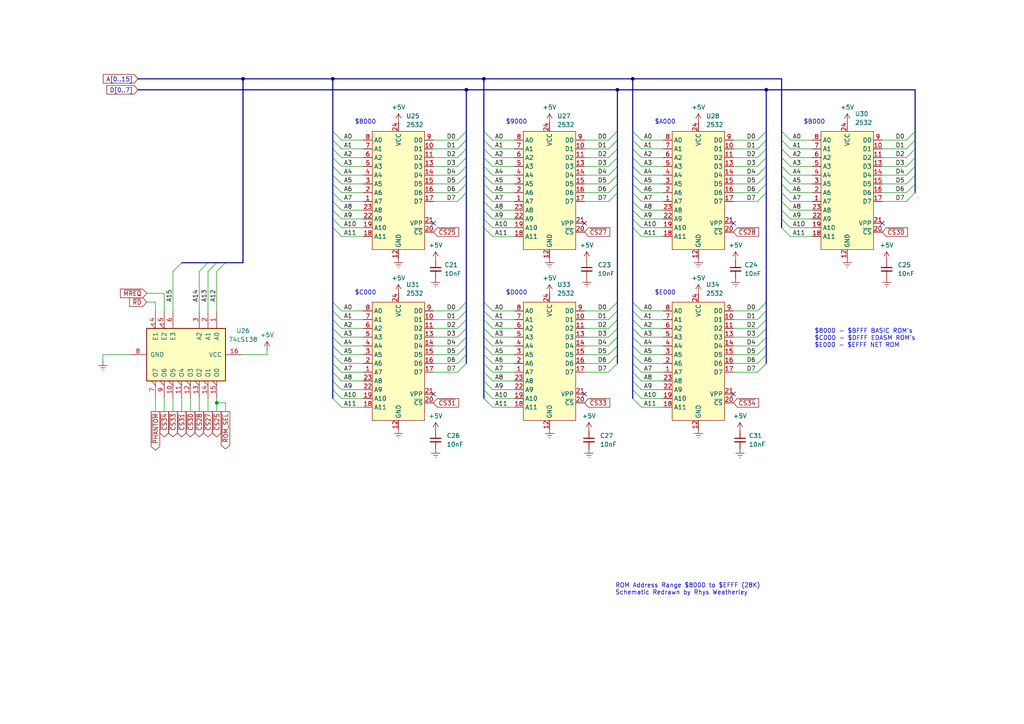
<source format=kicad_sch>
(kicad_sch (version 20230121) (generator eeschema)
  (paper "A4")
  (title_block (title "Microbee Core Board") (date "1982") (rev "1") (comment 1 "(C) 1982 OJH MICROWORLD"))
  (lib_symbols
    (symbol "74xx:74LS138" (pin_names (offset 1.016))
      (property "Reference" "U" (at -7.62 11.43 0))
      (property "Value" "74LS138" (at -7.62 -13.97 0))
      (symbol "74LS138_1_0"
        (pin input line (at -12.7 7.62 0) (length 5.08) (name "A0") (number "1"))
        (pin output output_low (at 12.7 -5.08 180) (length 5.08) (name "O5") (number "10"))
        (pin output output_low (at 12.7 -2.54 180) (length 5.08) (name "O4") (number "11"))
        (pin output output_low (at 12.7 0 180) (length 5.08) (name "O3") (number "12"))
        (pin output output_low (at 12.7 2.54 180) (length 5.08) (name "O2") (number "13"))
        (pin output output_low (at 12.7 5.08 180) (length 5.08) (name "O1") (number "14"))
        (pin output output_low (at 12.7 7.62 180) (length 5.08) (name "O0") (number "15"))
        (pin power_in line (at 0 15.24 270) (length 5.08) (name "VCC") (number "16"))
        (pin input line (at -12.7 5.08 0) (length 5.08) (name "A1") (number "2"))
        (pin input line (at -12.7 2.54 0) (length 5.08) (name "A2") (number "3"))
        (pin input input_low (at -12.7 -10.16 0) (length 5.08) (name "E1") (number "4"))
        (pin input input_low (at -12.7 -7.62 0) (length 5.08) (name "E2") (number "5"))
        (pin input line (at -12.7 -5.08 0) (length 5.08) (name "E3") (number "6"))
        (pin output output_low (at 12.7 -10.16 180) (length 5.08) (name "O7") (number "7"))
        (pin power_in line (at 0 -17.78 90) (length 5.08) (name "GND") (number "8"))
        (pin output output_low (at 12.7 -7.62 180) (length 5.08) (name "O6") (number "9"))
      )
      (symbol "74LS138_1_1"
        (rectangle (start -7.62 10.16) (end 7.62 -12.7) (stroke (width 0.254)) (fill (type background)))
      )
    )
    (symbol "Device:C_Small" (pin_numbers hide) (pin_names (offset 0.254) hide)
      (property "Reference" "C" (at 0.254 1.778 0))
      (property "Value" "C_Small" (at 0.254 -2.032 0))
      (symbol "C_Small_0_1"
        (polyline (pts (xy -1.524 -0.508) (xy 1.524 -0.508)) (stroke (width 0.3302)))
        (polyline (pts (xy -1.524 0.508) (xy 1.524 0.508)) (stroke (width 0.3048)))
      )
      (symbol "C_Small_1_1"
        (pin passive line (at 0 2.54 270) (length 2.032) (name "~") (number "1"))
        (pin passive line (at 0 -2.54 90) (length 2.032) (name "~") (number "2"))
      )
    )
    (symbol "EPROM_2532:2532_4K_x_8_EPROM"
      (property "Reference" "U" (at 3.81 2.54 0))
      (property "Value" "2532" (at 5.08 0 0))
      (symbol "2532_4K_x_8_EPROM_1_1"
        (rectangle (start -7.62 -2.54) (end 7.62 -36.83) (fill (type background)))
        (pin input line (at -10.16 -22.86 0) (length 2.54) (name "A7") (number "1"))
        (pin bidirectional line (at 10.16 -7.62 180) (length 2.54) (name "D1") (number "10"))
        (pin bidirectional line (at 10.16 -10.16 180) (length 2.54) (name "D2") (number "11"))
        (pin power_in line (at 0 -39.37 90) (length 2.54) (name "GND") (number "12"))
        (pin bidirectional line (at 10.16 -12.7 180) (length 2.54) (name "D3") (number "13"))
        (pin bidirectional line (at 10.16 -15.24 180) (length 2.54) (name "D4") (number "14"))
        (pin bidirectional line (at 10.16 -17.78 180) (length 2.54) (name "D5") (number "15"))
        (pin bidirectional line (at 10.16 -20.32 180) (length 2.54) (name "D6") (number "16"))
        (pin bidirectional line (at 10.16 -22.86 180) (length 2.54) (name "D7") (number "17"))
        (pin input line (at -10.16 -33.02 0) (length 2.54) (name "A11") (number "18"))
        (pin input line (at -10.16 -30.48 0) (length 2.54) (name "A10") (number "19"))
        (pin input line (at -10.16 -20.32 0) (length 2.54) (name "A6") (number "2"))
        (pin input line (at 10.16 -31.75 180) (length 2.54) (name "~{CS}") (number "20"))
        (pin input line (at 10.16 -29.21 180) (length 2.54) (name "VPP") (number "21"))
        (pin input line (at -10.16 -27.94 0) (length 2.54) (name "A9") (number "22"))
        (pin input line (at -10.16 -25.4 0) (length 2.54) (name "A8") (number "23"))
        (pin power_in line (at 0 0 270) (length 2.54) (name "VCC") (number "24"))
        (pin input line (at -10.16 -17.78 0) (length 2.54) (name "A5") (number "3"))
        (pin input line (at -10.16 -15.24 0) (length 2.54) (name "A4") (number "4"))
        (pin input line (at -10.16 -12.7 0) (length 2.54) (name "A3") (number "5"))
        (pin input line (at -10.16 -10.16 0) (length 2.54) (name "A2") (number "6"))
        (pin input line (at -10.16 -7.62 0) (length 2.54) (name "A1") (number "7"))
        (pin input line (at -10.16 -5.08 0) (length 2.54) (name "A0") (number "8"))
        (pin bidirectional line (at 10.16 -5.08 180) (length 2.54) (name "D0") (number "9"))
      )
    )
    (symbol "power:+5V" (power) (pin_names (offset 0))
      (property "Value" "+5V" (at 0 3.556 0))
      (symbol "+5V_0_1"
        (polyline (pts (xy -0.762 1.27) (xy 0 2.54)))
        (polyline (pts (xy 0 0) (xy 0 2.54)))
        (polyline (pts (xy 0 2.54) (xy 0.762 1.27)))
      )
      (symbol "+5V_1_1"
        (pin power_in line (at 0 0 90) (length 0) hide (name "+5V") (number "1"))
      )
    )
    (symbol "power:Earth" (power) (pin_names (offset 0))
      (symbol "Earth_0_1"
        (polyline (pts (xy -0.635 -1.905) (xy 0.635 -1.905)))
        (polyline (pts (xy -0.127 -2.54) (xy 0.127 -2.54)))
        (polyline (pts (xy 0 -1.27) (xy 0 0)))
        (polyline (pts (xy 1.27 -1.27) (xy -1.27 -1.27)))
      )
      (symbol "Earth_1_1"
        (pin power_in line (at 0 0 270) (length 0) hide (name "Earth") (number "1"))
      )
    )
  )
  (junction (at 222.25 26.035))
  (junction (at 62.865 116.84))
  (junction (at 140.335 22.86))
  (junction (at 135.255 26.035))
  (junction (at 183.515 22.86))
  (junction (at 179.07 26.035))
  (junction (at 70.485 22.86))
  (junction (at 96.52 22.86))
  (no_connect (at 125.73 64.77))
  (no_connect (at 255.905 64.77))
  (no_connect (at 169.545 64.77))
  (no_connect (at 212.725 114.3))
  (no_connect (at 212.725 64.77))
  (no_connect (at 169.545 114.3))
  (no_connect (at 125.73 114.3))
  (bus_entry (at 176.53 40.64) (size 2.54 -2.54))
  (bus_entry (at 60.325 78.74) (size 2.54 -2.54))
  (bus_entry (at 176.53 55.88) (size 2.54 -2.54))
  (bus_entry (at 262.89 58.42) (size 2.54 -2.54))
  (bus_entry (at 219.71 105.41) (size 2.54 -2.54))
  (bus_entry (at 140.335 53.34) (size 2.54 2.54))
  (bus_entry (at 176.53 43.18) (size 2.54 -2.54))
  (bus_entry (at 132.715 53.34) (size 2.54 -2.54))
  (bus_entry (at 176.53 53.34) (size 2.54 -2.54))
  (bus_entry (at 219.71 95.25) (size 2.54 -2.54))
  (bus_entry (at 183.515 105.41) (size 2.54 2.54))
  (bus_entry (at 132.715 58.42) (size 2.54 -2.54))
  (bus_entry (at 176.53 50.8) (size 2.54 -2.54))
  (bus_entry (at 183.515 38.1) (size 2.54 2.54))
  (bus_entry (at 219.71 53.34) (size 2.54 -2.54))
  (bus_entry (at 183.515 92.71) (size 2.54 2.54))
  (bus_entry (at 176.53 58.42) (size 2.54 -2.54))
  (bus_entry (at 132.715 55.88) (size 2.54 -2.54))
  (bus_entry (at 262.89 53.34) (size 2.54 -2.54))
  (bus_entry (at 183.515 63.5) (size 2.54 2.54))
  (bus_entry (at 262.89 43.18) (size 2.54 -2.54))
  (bus_entry (at 96.52 48.26) (size 2.54 2.54))
  (bus_entry (at 219.71 45.72) (size 2.54 -2.54))
  (bus_entry (at 96.52 45.72) (size 2.54 2.54))
  (bus_entry (at 262.89 40.64) (size 2.54 -2.54))
  (bus_entry (at 176.53 100.33) (size 2.54 -2.54))
  (bus_entry (at 96.52 90.17) (size 2.54 2.54))
  (bus_entry (at 176.53 90.17) (size 2.54 -2.54))
  (bus_entry (at 219.71 97.79) (size 2.54 -2.54))
  (bus_entry (at 132.715 90.17) (size 2.54 -2.54))
  (bus_entry (at 183.515 87.63) (size 2.54 2.54))
  (bus_entry (at 183.515 43.18) (size 2.54 2.54))
  (bus_entry (at 140.335 97.79) (size 2.54 2.54))
  (bus_entry (at 226.695 43.18) (size 2.54 2.54))
  (bus_entry (at 226.695 53.34) (size 2.54 2.54))
  (bus_entry (at 140.335 100.33) (size 2.54 2.54))
  (bus_entry (at 183.515 90.17) (size 2.54 2.54))
  (bus_entry (at 96.52 63.5) (size 2.54 2.54))
  (bus_entry (at 140.335 115.57) (size 2.54 2.54))
  (bus_entry (at 226.695 60.96) (size 2.54 2.54))
  (bus_entry (at 226.695 40.64) (size 2.54 2.54))
  (bus_entry (at 96.52 50.8) (size 2.54 2.54))
  (bus_entry (at 132.715 95.25) (size 2.54 -2.54))
  (bus_entry (at 96.52 55.88) (size 2.54 2.54))
  (bus_entry (at 96.52 105.41) (size 2.54 2.54))
  (bus_entry (at 140.335 90.17) (size 2.54 2.54))
  (bus_entry (at 176.53 97.79) (size 2.54 -2.54))
  (bus_entry (at 176.53 45.72) (size 2.54 -2.54))
  (bus_entry (at 140.335 50.8) (size 2.54 2.54))
  (bus_entry (at 96.52 100.33) (size 2.54 2.54))
  (bus_entry (at 176.53 105.41) (size 2.54 -2.54))
  (bus_entry (at 176.53 107.95) (size 2.54 -2.54))
  (bus_entry (at 262.89 55.88) (size 2.54 -2.54))
  (bus_entry (at 176.53 92.71) (size 2.54 -2.54))
  (bus_entry (at 226.695 50.8) (size 2.54 2.54))
  (bus_entry (at 140.335 43.18) (size 2.54 2.54))
  (bus_entry (at 183.515 48.26) (size 2.54 2.54))
  (bus_entry (at 96.52 95.25) (size 2.54 2.54))
  (bus_entry (at 183.515 110.49) (size 2.54 2.54))
  (bus_entry (at 219.71 48.26) (size 2.54 -2.54))
  (bus_entry (at 176.53 95.25) (size 2.54 -2.54))
  (bus_entry (at 132.715 40.64) (size 2.54 -2.54))
  (bus_entry (at 176.53 48.26) (size 2.54 -2.54))
  (bus_entry (at 219.71 50.8) (size 2.54 -2.54))
  (bus_entry (at 219.71 107.95) (size 2.54 -2.54))
  (bus_entry (at 219.71 92.71) (size 2.54 -2.54))
  (bus_entry (at 262.89 48.26) (size 2.54 -2.54))
  (bus_entry (at 132.715 105.41) (size 2.54 -2.54))
  (bus_entry (at 96.52 115.57) (size 2.54 2.54))
  (bus_entry (at 219.71 100.33) (size 2.54 -2.54))
  (bus_entry (at 96.52 38.1) (size 2.54 2.54))
  (bus_entry (at 183.515 66.04) (size 2.54 2.54))
  (bus_entry (at 50.165 78.74) (size 2.54 -2.54))
  (bus_entry (at 96.52 107.95) (size 2.54 2.54))
  (bus_entry (at 140.335 58.42) (size 2.54 2.54))
  (bus_entry (at 262.89 45.72) (size 2.54 -2.54))
  (bus_entry (at 96.52 58.42) (size 2.54 2.54))
  (bus_entry (at 226.695 63.5) (size 2.54 2.54))
  (bus_entry (at 140.335 110.49) (size 2.54 2.54))
  (bus_entry (at 140.335 102.87) (size 2.54 2.54))
  (bus_entry (at 57.785 78.74) (size 2.54 -2.54))
  (bus_entry (at 140.335 63.5) (size 2.54 2.54))
  (bus_entry (at 132.715 107.95) (size 2.54 -2.54))
  (bus_entry (at 96.52 60.96) (size 2.54 2.54))
  (bus_entry (at 219.71 55.88) (size 2.54 -2.54))
  (bus_entry (at 96.52 53.34) (size 2.54 2.54))
  (bus_entry (at 262.89 50.8) (size 2.54 -2.54))
  (bus_entry (at 96.52 102.87) (size 2.54 2.54))
  (bus_entry (at 183.515 97.79) (size 2.54 2.54))
  (bus_entry (at 183.515 60.96) (size 2.54 2.54))
  (bus_entry (at 183.515 58.42) (size 2.54 2.54))
  (bus_entry (at 183.515 115.57) (size 2.54 2.54))
  (bus_entry (at 226.695 48.26) (size 2.54 2.54))
  (bus_entry (at 140.335 92.71) (size 2.54 2.54))
  (bus_entry (at 219.71 90.17) (size 2.54 -2.54))
  (bus_entry (at 132.715 50.8) (size 2.54 -2.54))
  (bus_entry (at 140.335 38.1) (size 2.54 2.54))
  (bus_entry (at 219.71 58.42) (size 2.54 -2.54))
  (bus_entry (at 140.335 60.96) (size 2.54 2.54))
  (bus_entry (at 132.715 97.79) (size 2.54 -2.54))
  (bus_entry (at 183.515 55.88) (size 2.54 2.54))
  (bus_entry (at 183.515 50.8) (size 2.54 2.54))
  (bus_entry (at 96.52 113.03) (size 2.54 2.54))
  (bus_entry (at 96.52 40.64) (size 2.54 2.54))
  (bus_entry (at 96.52 87.63) (size 2.54 2.54))
  (bus_entry (at 219.71 40.64) (size 2.54 -2.54))
  (bus_entry (at 140.335 87.63) (size 2.54 2.54))
  (bus_entry (at 140.335 105.41) (size 2.54 2.54))
  (bus_entry (at 183.515 45.72) (size 2.54 2.54))
  (bus_entry (at 140.335 66.04) (size 2.54 2.54))
  (bus_entry (at 132.715 102.87) (size 2.54 -2.54))
  (bus_entry (at 132.715 48.26) (size 2.54 -2.54))
  (bus_entry (at 226.695 58.42) (size 2.54 2.54))
  (bus_entry (at 62.865 78.74) (size 2.54 -2.54))
  (bus_entry (at 132.715 100.33) (size 2.54 -2.54))
  (bus_entry (at 226.695 45.72) (size 2.54 2.54))
  (bus_entry (at 183.515 95.25) (size 2.54 2.54))
  (bus_entry (at 183.515 102.87) (size 2.54 2.54))
  (bus_entry (at 183.515 40.64) (size 2.54 2.54))
  (bus_entry (at 219.71 43.18) (size 2.54 -2.54))
  (bus_entry (at 226.695 55.88) (size 2.54 2.54))
  (bus_entry (at 96.52 110.49) (size 2.54 2.54))
  (bus_entry (at 96.52 66.04) (size 2.54 2.54))
  (bus_entry (at 183.515 100.33) (size 2.54 2.54))
  (bus_entry (at 183.515 107.95) (size 2.54 2.54))
  (bus_entry (at 183.515 53.34) (size 2.54 2.54))
  (bus_entry (at 140.335 107.95) (size 2.54 2.54))
  (bus_entry (at 132.715 43.18) (size 2.54 -2.54))
  (bus_entry (at 183.515 113.03) (size 2.54 2.54))
  (bus_entry (at 96.52 92.71) (size 2.54 2.54))
  (bus_entry (at 96.52 43.18) (size 2.54 2.54))
  (bus_entry (at 140.335 45.72) (size 2.54 2.54))
  (bus_entry (at 219.71 102.87) (size 2.54 -2.54))
  (bus_entry (at 140.335 113.03) (size 2.54 2.54))
  (bus_entry (at 132.715 92.71) (size 2.54 -2.54))
  (bus_entry (at 140.335 48.26) (size 2.54 2.54))
  (bus_entry (at 132.715 45.72) (size 2.54 -2.54))
  (bus_entry (at 96.52 97.79) (size 2.54 2.54))
  (bus_entry (at 176.53 102.87) (size 2.54 -2.54))
  (bus_entry (at 140.335 95.25) (size 2.54 2.54))
  (bus_entry (at 140.335 55.88) (size 2.54 2.54))
  (bus_entry (at 226.695 38.1) (size 2.54 2.54))
  (bus_entry (at 226.695 66.04) (size 2.54 2.54))
  (bus_entry (at 140.335 40.64) (size 2.54 2.54))
  (wire (pts (xy 169.545 102.87) (xy 176.53 102.87)))
  (bus (pts (xy 140.335 58.42) (xy 140.335 60.96)))
  (bus (pts (xy 135.255 90.17) (xy 135.255 92.71)))
  (bus (pts (xy 183.515 87.63) (xy 183.515 90.17)))
  (bus (pts (xy 183.515 22.86) (xy 226.695 22.86)))
  (bus (pts (xy 183.515 110.49) (xy 183.515 113.03)))
  (bus (pts (xy 96.52 50.8) (xy 96.52 53.34)))
  (bus (pts (xy 96.52 107.95) (xy 96.52 110.49)))
  (wire (pts (xy 212.725 97.79) (xy 219.71 97.79)))
  (wire (pts (xy 186.055 107.95) (xy 192.405 107.95)))
  (bus (pts (xy 183.515 43.18) (xy 183.515 45.72)))
  (wire (pts (xy 125.73 58.42) (xy 132.715 58.42)))
  (wire (pts (xy 70.485 102.87) (xy 77.47 102.87)))
  (wire (pts (xy 169.545 45.72) (xy 176.53 45.72)))
  (wire (pts (xy 169.545 53.34) (xy 176.53 53.34)))
  (bus (pts (xy 140.335 66.04) (xy 140.335 87.63)))
  (wire (pts (xy 255.905 55.88) (xy 262.89 55.88)))
  (bus (pts (xy 96.52 45.72) (xy 96.52 48.26)))
  (bus (pts (xy 135.255 95.25) (xy 135.255 97.79)))
  (bus (pts (xy 265.43 26.035) (xy 265.43 38.1)))
  (wire (pts (xy 65.405 119.38) (xy 65.405 116.84)))
  (wire (pts (xy 125.73 95.25) (xy 132.715 95.25)))
  (wire (pts (xy 212.725 100.33) (xy 219.71 100.33)))
  (wire (pts (xy 212.725 90.17) (xy 219.71 90.17)))
  (bus (pts (xy 96.52 58.42) (xy 96.52 60.96)))
  (bus (pts (xy 96.52 63.5) (xy 96.52 66.04)))
  (wire (pts (xy 212.725 55.88) (xy 219.71 55.88)))
  (wire (pts (xy 229.235 55.88) (xy 235.585 55.88)))
  (bus (pts (xy 140.335 38.1) (xy 140.335 40.64)))
  (bus (pts (xy 179.07 55.88) (xy 179.07 87.63)))
  (bus (pts (xy 183.515 97.79) (xy 183.515 100.33)))
  (bus (pts (xy 179.07 40.64) (xy 179.07 43.18)))
  (wire (pts (xy 99.06 48.26) (xy 105.41 48.26)))
  (wire (pts (xy 45.085 87.63) (xy 42.545 87.63)))
  (wire (pts (xy 169.545 48.26) (xy 176.53 48.26)))
  (wire (pts (xy 255.905 58.42) (xy 262.89 58.42)))
  (wire (pts (xy 212.725 53.34) (xy 219.71 53.34)))
  (wire (pts (xy 212.725 102.87) (xy 219.71 102.87)))
  (bus (pts (xy 179.07 95.25) (xy 179.07 97.79)))
  (wire (pts (xy 186.055 50.8) (xy 192.405 50.8)))
  (bus (pts (xy 140.335 110.49) (xy 140.335 113.03)))
  (wire (pts (xy 37.465 102.87) (xy 29.845 102.87)))
  (wire (pts (xy 142.875 58.42) (xy 149.225 58.42)))
  (wire (pts (xy 142.875 105.41) (xy 149.225 105.41)))
  (wire (pts (xy 186.055 45.72) (xy 192.405 45.72)))
  (bus (pts (xy 183.515 45.72) (xy 183.515 48.26)))
  (bus (pts (xy 226.695 53.34) (xy 226.695 55.88)))
  (wire (pts (xy 125.73 43.18) (xy 132.715 43.18)))
  (wire (pts (xy 169.545 92.71) (xy 176.53 92.71)))
  (bus (pts (xy 222.25 102.87) (xy 222.25 105.41)))
  (bus (pts (xy 179.07 26.035) (xy 179.07 38.1)))
  (bus (pts (xy 40.005 26.035) (xy 135.255 26.035)))
  (bus (pts (xy 140.335 50.8) (xy 140.335 53.34)))
  (wire (pts (xy 55.245 115.57) (xy 55.245 119.38)))
  (bus (pts (xy 222.25 87.63) (xy 222.25 90.17)))
  (wire (pts (xy 229.235 43.18) (xy 235.585 43.18)))
  (wire (pts (xy 212.725 95.25) (xy 219.71 95.25)))
  (bus (pts (xy 140.335 113.03) (xy 140.335 115.57)))
  (bus (pts (xy 140.335 102.87) (xy 140.335 105.41)))
  (wire (pts (xy 99.06 95.25) (xy 105.41 95.25)))
  (wire (pts (xy 29.845 102.87) (xy 29.845 104.775)))
  (bus (pts (xy 96.52 38.1) (xy 96.52 40.64)))
  (bus (pts (xy 140.335 55.88) (xy 140.335 58.42)))
  (bus (pts (xy 140.335 90.17) (xy 140.335 92.71)))
  (wire (pts (xy 186.055 43.18) (xy 192.405 43.18)))
  (bus (pts (xy 65.405 76.2) (xy 62.865 76.2)))
  (wire (pts (xy 186.055 53.34) (xy 192.405 53.34)))
  (wire (pts (xy 186.055 92.71) (xy 192.405 92.71)))
  (wire (pts (xy 142.875 97.79) (xy 149.225 97.79)))
  (wire (pts (xy 142.875 66.04) (xy 149.225 66.04)))
  (bus (pts (xy 222.25 55.88) (xy 222.25 87.63)))
  (bus (pts (xy 179.07 26.035) (xy 222.25 26.035)))
  (bus (pts (xy 179.07 53.34) (xy 179.07 55.88)))
  (bus (pts (xy 135.255 38.1) (xy 135.255 40.64)))
  (wire (pts (xy 186.055 95.25) (xy 192.405 95.25)))
  (wire (pts (xy 229.235 63.5) (xy 235.585 63.5)))
  (wire (pts (xy 142.875 40.64) (xy 149.225 40.64)))
  (bus (pts (xy 179.07 38.1) (xy 179.07 40.64)))
  (wire (pts (xy 212.725 50.8) (xy 219.71 50.8)))
  (wire (pts (xy 62.865 78.74) (xy 62.865 90.17)))
  (wire (pts (xy 212.725 105.41) (xy 219.71 105.41)))
  (wire (pts (xy 99.06 113.03) (xy 105.41 113.03)))
  (bus (pts (xy 222.25 38.1) (xy 222.25 40.64)))
  (wire (pts (xy 125.73 97.79) (xy 132.715 97.79)))
  (wire (pts (xy 169.545 95.25) (xy 176.53 95.25)))
  (bus (pts (xy 183.515 58.42) (xy 183.515 60.96)))
  (bus (pts (xy 265.43 45.72) (xy 265.43 48.26)))
  (bus (pts (xy 96.52 53.34) (xy 96.52 55.88)))
  (bus (pts (xy 183.515 53.34) (xy 183.515 55.88)))
  (bus (pts (xy 140.335 45.72) (xy 140.335 48.26)))
  (wire (pts (xy 186.055 48.26) (xy 192.405 48.26)))
  (wire (pts (xy 169.545 43.18) (xy 176.53 43.18)))
  (wire (pts (xy 99.06 53.34) (xy 105.41 53.34)))
  (bus (pts (xy 183.515 113.03) (xy 183.515 115.57)))
  (bus (pts (xy 183.515 102.87) (xy 183.515 105.41)))
  (wire (pts (xy 255.905 43.18) (xy 262.89 43.18)))
  (wire (pts (xy 45.085 115.57) (xy 45.085 119.38)))
  (bus (pts (xy 222.25 50.8) (xy 222.25 53.34)))
  (bus (pts (xy 135.255 50.8) (xy 135.255 53.34)))
  (bus (pts (xy 140.335 107.95) (xy 140.335 110.49)))
  (wire (pts (xy 186.055 63.5) (xy 192.405 63.5)))
  (bus (pts (xy 96.52 113.03) (xy 96.52 115.57)))
  (wire (pts (xy 186.055 66.04) (xy 192.405 66.04)))
  (wire (pts (xy 60.325 115.57) (xy 60.325 119.38)))
  (bus (pts (xy 179.07 87.63) (xy 179.07 90.17)))
  (bus (pts (xy 96.52 22.86) (xy 140.335 22.86)))
  (bus (pts (xy 135.255 40.64) (xy 135.255 43.18)))
  (wire (pts (xy 229.235 40.64) (xy 235.585 40.64)))
  (wire (pts (xy 57.785 78.74) (xy 57.785 90.17)))
  (bus (pts (xy 140.335 95.25) (xy 140.335 97.79)))
  (wire (pts (xy 50.165 115.57) (xy 50.165 119.38)))
  (wire (pts (xy 142.875 55.88) (xy 149.225 55.88)))
  (bus (pts (xy 179.07 102.87) (xy 179.07 105.41)))
  (wire (pts (xy 47.625 90.17) (xy 47.625 85.09)))
  (bus (pts (xy 179.07 100.33) (xy 179.07 102.87)))
  (bus (pts (xy 183.515 90.17) (xy 183.515 92.71)))
  (wire (pts (xy 169.545 107.95) (xy 176.53 107.95)))
  (wire (pts (xy 99.06 40.64) (xy 105.41 40.64)))
  (wire (pts (xy 62.865 115.57) (xy 62.865 116.84)))
  (bus (pts (xy 265.43 38.1) (xy 265.43 40.64)))
  (wire (pts (xy 212.725 40.64) (xy 219.71 40.64)))
  (wire (pts (xy 125.73 40.64) (xy 132.715 40.64)))
  (wire (pts (xy 186.055 113.03) (xy 192.405 113.03)))
  (bus (pts (xy 135.255 97.79) (xy 135.255 100.33)))
  (bus (pts (xy 265.43 43.18) (xy 265.43 45.72)))
  (bus (pts (xy 179.07 50.8) (xy 179.07 53.34)))
  (bus (pts (xy 96.52 40.64) (xy 96.52 43.18)))
  (bus (pts (xy 70.485 22.86) (xy 70.485 76.2)))
  (wire (pts (xy 125.73 90.17) (xy 132.715 90.17)))
  (bus (pts (xy 222.25 97.79) (xy 222.25 100.33)))
  (wire (pts (xy 60.325 78.74) (xy 60.325 90.17)))
  (wire (pts (xy 99.06 68.58) (xy 105.41 68.58)))
  (bus (pts (xy 183.515 50.8) (xy 183.515 53.34)))
  (bus (pts (xy 183.515 38.1) (xy 183.515 40.64)))
  (bus (pts (xy 226.695 60.96) (xy 226.695 63.5)))
  (bus (pts (xy 226.695 45.72) (xy 226.695 48.26)))
  (wire (pts (xy 99.06 55.88) (xy 105.41 55.88)))
  (wire (pts (xy 142.875 45.72) (xy 149.225 45.72)))
  (bus (pts (xy 96.52 95.25) (xy 96.52 97.79)))
  (wire (pts (xy 99.06 118.11) (xy 105.41 118.11)))
  (bus (pts (xy 179.07 45.72) (xy 179.07 48.26)))
  (bus (pts (xy 60.325 76.2) (xy 52.705 76.2)))
  (wire (pts (xy 169.545 40.64) (xy 176.53 40.64)))
  (wire (pts (xy 142.875 100.33) (xy 149.225 100.33)))
  (wire (pts (xy 125.73 92.71) (xy 132.715 92.71)))
  (bus (pts (xy 226.695 55.88) (xy 226.695 58.42)))
  (bus (pts (xy 183.515 63.5) (xy 183.515 66.04)))
  (bus (pts (xy 183.515 66.04) (xy 183.515 87.63)))
  (wire (pts (xy 142.875 48.26) (xy 149.225 48.26)))
  (wire (pts (xy 142.875 115.57) (xy 149.225 115.57)))
  (bus (pts (xy 96.52 97.79) (xy 96.52 100.33)))
  (bus (pts (xy 140.335 22.86) (xy 183.515 22.86)))
  (wire (pts (xy 186.055 90.17) (xy 192.405 90.17)))
  (bus (pts (xy 96.52 110.49) (xy 96.52 113.03)))
  (bus (pts (xy 140.335 53.34) (xy 140.335 55.88)))
  (wire (pts (xy 99.06 107.95) (xy 105.41 107.95)))
  (bus (pts (xy 179.07 48.26) (xy 179.07 50.8)))
  (wire (pts (xy 142.875 43.18) (xy 149.225 43.18)))
  (bus (pts (xy 140.335 22.86) (xy 140.335 38.1)))
  (wire (pts (xy 142.875 50.8) (xy 149.225 50.8)))
  (wire (pts (xy 229.235 60.96) (xy 235.585 60.96)))
  (wire (pts (xy 255.905 53.34) (xy 262.89 53.34)))
  (wire (pts (xy 169.545 50.8) (xy 176.53 50.8)))
  (wire (pts (xy 255.905 48.26) (xy 262.89 48.26)))
  (bus (pts (xy 135.255 102.87) (xy 135.255 105.41)))
  (bus (pts (xy 226.695 22.86) (xy 226.695 38.1)))
  (wire (pts (xy 57.785 115.57) (xy 57.785 119.38)))
  (wire (pts (xy 169.545 90.17) (xy 176.53 90.17)))
  (wire (pts (xy 142.875 53.34) (xy 149.225 53.34)))
  (wire (pts (xy 229.235 68.58) (xy 235.585 68.58)))
  (wire (pts (xy 212.725 48.26) (xy 219.71 48.26)))
  (wire (pts (xy 125.73 105.41) (xy 132.715 105.41)))
  (wire (pts (xy 255.905 50.8) (xy 262.89 50.8)))
  (bus (pts (xy 96.52 87.63) (xy 96.52 90.17)))
  (bus (pts (xy 140.335 63.5) (xy 140.335 66.04)))
  (wire (pts (xy 42.545 85.09) (xy 47.625 85.09)))
  (wire (pts (xy 125.73 102.87) (xy 132.715 102.87)))
  (wire (pts (xy 142.875 90.17) (xy 149.225 90.17)))
  (wire (pts (xy 186.055 97.79) (xy 192.405 97.79)))
  (wire (pts (xy 229.235 53.34) (xy 235.585 53.34)))
  (wire (pts (xy 142.875 102.87) (xy 149.225 102.87)))
  (wire (pts (xy 99.06 92.71) (xy 105.41 92.71)))
  (wire (pts (xy 99.06 90.17) (xy 105.41 90.17)))
  (wire (pts (xy 186.055 55.88) (xy 192.405 55.88)))
  (wire (pts (xy 229.235 45.72) (xy 235.585 45.72)))
  (bus (pts (xy 222.25 26.035) (xy 265.43 26.035)))
  (wire (pts (xy 186.055 58.42) (xy 192.405 58.42)))
  (bus (pts (xy 179.07 92.71) (xy 179.07 95.25)))
  (wire (pts (xy 169.545 55.88) (xy 176.53 55.88)))
  (bus (pts (xy 140.335 40.64) (xy 140.335 43.18)))
  (wire (pts (xy 229.235 58.42) (xy 235.585 58.42)))
  (wire (pts (xy 142.875 110.49) (xy 149.225 110.49)))
  (wire (pts (xy 186.055 118.11) (xy 192.405 118.11)))
  (bus (pts (xy 222.25 95.25) (xy 222.25 97.79)))
  (bus (pts (xy 96.52 92.71) (xy 96.52 95.25)))
  (bus (pts (xy 135.255 48.26) (xy 135.255 50.8)))
  (wire (pts (xy 229.235 50.8) (xy 235.585 50.8)))
  (bus (pts (xy 96.52 102.87) (xy 96.52 105.41)))
  (bus (pts (xy 183.515 105.41) (xy 183.515 107.95)))
  (wire (pts (xy 186.055 100.33) (xy 192.405 100.33)))
  (wire (pts (xy 62.865 116.84) (xy 62.865 119.38)))
  (bus (pts (xy 265.43 50.8) (xy 265.43 53.34)))
  (wire (pts (xy 212.725 107.95) (xy 219.71 107.95)))
  (bus (pts (xy 222.25 45.72) (xy 222.25 48.26)))
  (wire (pts (xy 99.06 63.5) (xy 105.41 63.5)))
  (bus (pts (xy 222.25 43.18) (xy 222.25 45.72)))
  (bus (pts (xy 40.005 22.86) (xy 70.485 22.86)))
  (bus (pts (xy 179.07 97.79) (xy 179.07 100.33)))
  (bus (pts (xy 183.515 107.95) (xy 183.515 110.49)))
  (bus (pts (xy 96.52 105.41) (xy 96.52 107.95)))
  (wire (pts (xy 186.055 40.64) (xy 192.405 40.64)))
  (bus (pts (xy 135.255 92.71) (xy 135.255 95.25)))
  (wire (pts (xy 229.235 48.26) (xy 235.585 48.26)))
  (bus (pts (xy 140.335 92.71) (xy 140.335 95.25)))
  (bus (pts (xy 183.515 22.86) (xy 183.515 38.1)))
  (wire (pts (xy 186.055 102.87) (xy 192.405 102.87)))
  (bus (pts (xy 265.43 48.26) (xy 265.43 50.8)))
  (bus (pts (xy 226.695 48.26) (xy 226.695 50.8)))
  (wire (pts (xy 125.73 50.8) (xy 132.715 50.8)))
  (wire (pts (xy 169.545 97.79) (xy 176.53 97.79)))
  (wire (pts (xy 142.875 60.96) (xy 149.225 60.96)))
  (bus (pts (xy 222.25 53.34) (xy 222.25 55.88)))
  (bus (pts (xy 265.43 53.34) (xy 265.43 55.88)))
  (bus (pts (xy 135.255 53.34) (xy 135.255 55.88)))
  (wire (pts (xy 212.725 92.71) (xy 219.71 92.71)))
  (wire (pts (xy 169.545 100.33) (xy 176.53 100.33)))
  (wire (pts (xy 169.545 105.41) (xy 176.53 105.41)))
  (wire (pts (xy 169.545 58.42) (xy 176.53 58.42)))
  (wire (pts (xy 229.235 66.04) (xy 235.585 66.04)))
  (wire (pts (xy 125.73 53.34) (xy 132.715 53.34)))
  (wire (pts (xy 212.725 58.42) (xy 219.71 58.42)))
  (wire (pts (xy 142.875 63.5) (xy 149.225 63.5)))
  (bus (pts (xy 96.52 90.17) (xy 96.52 92.71)))
  (bus (pts (xy 70.485 22.86) (xy 96.52 22.86)))
  (bus (pts (xy 96.52 66.04) (xy 96.52 87.63)))
  (wire (pts (xy 125.73 107.95) (xy 132.715 107.95)))
  (bus (pts (xy 226.695 63.5) (xy 226.695 66.04)))
  (bus (pts (xy 96.52 60.96) (xy 96.52 63.5)))
  (bus (pts (xy 222.25 100.33) (xy 222.25 102.87)))
  (bus (pts (xy 226.695 58.42) (xy 226.695 60.96)))
  (bus (pts (xy 183.515 40.64) (xy 183.515 43.18)))
  (wire (pts (xy 99.06 110.49) (xy 105.41 110.49)))
  (wire (pts (xy 142.875 107.95) (xy 149.225 107.95)))
  (bus (pts (xy 140.335 100.33) (xy 140.335 102.87)))
  (wire (pts (xy 212.725 43.18) (xy 219.71 43.18)))
  (bus (pts (xy 183.515 48.26) (xy 183.515 50.8)))
  (bus (pts (xy 70.485 76.2) (xy 65.405 76.2)))
  (bus (pts (xy 135.255 26.035) (xy 179.07 26.035)))
  (bus (pts (xy 183.515 55.88) (xy 183.515 58.42)))
  (bus (pts (xy 140.335 97.79) (xy 140.335 100.33)))
  (bus (pts (xy 140.335 48.26) (xy 140.335 50.8)))
  (wire (pts (xy 99.06 66.04) (xy 105.41 66.04)))
  (wire (pts (xy 52.705 115.57) (xy 52.705 119.38)))
  (bus (pts (xy 96.52 55.88) (xy 96.52 58.42)))
  (bus (pts (xy 226.695 38.1) (xy 226.695 40.64)))
  (wire (pts (xy 186.055 110.49) (xy 192.405 110.49)))
  (bus (pts (xy 226.695 40.64) (xy 226.695 43.18)))
  (bus (pts (xy 140.335 87.63) (xy 140.335 90.17)))
  (bus (pts (xy 226.695 50.8) (xy 226.695 53.34)))
  (wire (pts (xy 125.73 100.33) (xy 132.715 100.33)))
  (wire (pts (xy 142.875 118.11) (xy 149.225 118.11)))
  (wire (pts (xy 99.06 58.42) (xy 105.41 58.42)))
  (wire (pts (xy 125.73 55.88) (xy 132.715 55.88)))
  (wire (pts (xy 99.06 43.18) (xy 105.41 43.18)))
  (wire (pts (xy 186.055 60.96) (xy 192.405 60.96)))
  (wire (pts (xy 99.06 115.57) (xy 105.41 115.57)))
  (bus (pts (xy 140.335 60.96) (xy 140.335 63.5)))
  (wire (pts (xy 186.055 115.57) (xy 192.405 115.57)))
  (bus (pts (xy 140.335 105.41) (xy 140.335 107.95)))
  (wire (pts (xy 99.06 102.87) (xy 105.41 102.87)))
  (bus (pts (xy 222.25 40.64) (xy 222.25 43.18)))
  (bus (pts (xy 226.695 43.18) (xy 226.695 45.72)))
  (wire (pts (xy 99.06 50.8) (xy 105.41 50.8)))
  (wire (pts (xy 125.73 45.72) (xy 132.715 45.72)))
  (bus (pts (xy 265.43 40.64) (xy 265.43 43.18)))
  (bus (pts (xy 62.865 76.2) (xy 60.325 76.2)))
  (wire (pts (xy 99.06 45.72) (xy 105.41 45.72)))
  (bus (pts (xy 222.25 26.035) (xy 222.25 38.1)))
  (wire (pts (xy 142.875 95.25) (xy 149.225 95.25)))
  (bus (pts (xy 183.515 100.33) (xy 183.515 102.87)))
  (bus (pts (xy 179.07 90.17) (xy 179.07 92.71)))
  (bus (pts (xy 222.25 48.26) (xy 222.25 50.8)))
  (bus (pts (xy 140.335 43.18) (xy 140.335 45.72)))
  (wire (pts (xy 186.055 68.58) (xy 192.405 68.58)))
  (bus (pts (xy 179.07 43.18) (xy 179.07 45.72)))
  (bus (pts (xy 96.52 100.33) (xy 96.52 102.87)))
  (wire (pts (xy 186.055 105.41) (xy 192.405 105.41)))
  (wire (pts (xy 50.165 78.74) (xy 50.165 90.17)))
  (wire (pts (xy 65.405 116.84) (xy 62.865 116.84)))
  (bus (pts (xy 96.52 22.86) (xy 96.52 38.1)))
  (wire (pts (xy 255.905 40.64) (xy 262.89 40.64)))
  (wire (pts (xy 77.47 102.87) (xy 77.47 101.6)))
  (wire (pts (xy 99.06 100.33) (xy 105.41 100.33)))
  (wire (pts (xy 99.06 60.96) (xy 105.41 60.96)))
  (bus (pts (xy 96.52 43.18) (xy 96.52 45.72)))
  (wire (pts (xy 142.875 113.03) (xy 149.225 113.03)))
  (wire (pts (xy 125.73 48.26) (xy 132.715 48.26)))
  (bus (pts (xy 222.25 90.17) (xy 222.25 92.71)))
  (bus (pts (xy 183.515 92.71) (xy 183.515 95.25)))
  (bus (pts (xy 222.25 92.71) (xy 222.25 95.25)))
  (bus (pts (xy 135.255 55.88) (xy 135.255 87.63)))
  (wire (pts (xy 99.06 97.79) (xy 105.41 97.79)))
  (wire (pts (xy 45.085 90.17) (xy 45.085 87.63)))
  (wire (pts (xy 142.875 92.71) (xy 149.225 92.71)))
  (wire (pts (xy 47.625 115.57) (xy 47.625 119.38)))
  (bus (pts (xy 135.255 43.18) (xy 135.255 45.72)))
  (bus (pts (xy 183.515 60.96) (xy 183.515 63.5)))
  (wire (pts (xy 142.875 68.58) (xy 149.225 68.58)))
  (wire (pts (xy 255.905 45.72) (xy 262.89 45.72)))
  (wire (pts (xy 212.725 45.72) (xy 219.71 45.72)))
  (bus (pts (xy 96.52 48.26) (xy 96.52 50.8)))
  (bus (pts (xy 135.255 87.63) (xy 135.255 90.17)))
  (bus (pts (xy 135.255 26.035) (xy 135.255 38.1)))
  (bus (pts (xy 135.255 100.33) (xy 135.255 102.87)))
  (bus (pts (xy 183.515 95.25) (xy 183.515 97.79)))
  (bus (pts (xy 135.255 45.72) (xy 135.255 48.26)))
  (wire (pts (xy 99.06 105.41) (xy 105.41 105.41)))
  (text "$B000" (at 233.045 36.195 0) (effects (font (size 1.27 1.27)) (justify left bottom)))
  (text "$8000 - $BFFF BASIC ROM's\n$C000 - $DFFF EDASM ROM's\n$E000 - $EFFF NET ROM" (at 236.22 100.965 0) (effects (font (size 1.27 1.27)) (justify left bottom)))
  (text "$8000" (at 102.87 36.195 0) (effects (font (size 1.27 1.27)) (justify left bottom)))
  (text "$E000" (at 189.865 85.725 0) (effects (font (size 1.27 1.27)) (justify left bottom)))
  (text "$9000" (at 146.685 36.195 0) (effects (font (size 1.27 1.27)) (justify left bottom)))
  (text "ROM Address Range $8000 to $EFFF (28K)\nSchematic Redrawn by Rhys Weatherley" (at 178.435 172.72 0) (effects (font (size 1.27 1.27)) (justify left bottom)))
  (text "$D000" (at 146.685 85.725 0) (effects (font (size 1.27 1.27)) (justify left bottom)))
  (text "$A000" (at 189.865 36.195 0) (effects (font (size 1.27 1.27)) (justify left bottom)))
  (text "$C000" (at 102.87 85.725 0) (effects (font (size 1.27 1.27)) (justify left bottom)))
  (label "D3" (at 216.535 48.26 0))
  (label "A5" (at 143.51 102.87 0))
  (label "A10" (at 186.69 115.57 0))
  (label "D3" (at 173.355 48.26 0))
  (label "D7" (at 216.535 58.42 0))
  (label "A6" (at 143.51 55.88 0))
  (label "A4" (at 143.51 50.8 0))
  (label "A0" (at 99.695 40.64 0))
  (label "A9" (at 99.695 113.03 0))
  (label "D5" (at 129.54 102.87 0))
  (label "D2" (at 173.355 95.25 0))
  (label "D5" (at 173.355 102.87 0))
  (label "D1" (at 173.355 43.18 0))
  (label "D5" (at 173.355 53.34 0))
  (label "A8" (at 229.87 60.96 0))
  (label "A3" (at 186.69 48.26 0))
  (label "D2" (at 129.54 45.72 0))
  (label "A1" (at 143.51 43.18 0))
  (label "A8" (at 186.69 60.96 0))
  (label "D5" (at 216.535 102.87 0))
  (label "D7" (at 259.715 58.42 0))
  (label "A11" (at 229.87 68.58 0))
  (label "A9" (at 229.87 63.5 0))
  (label "D0" (at 259.715 40.64 0))
  (label "A3" (at 229.87 48.26 0))
  (label "A6" (at 186.69 105.41 0))
  (label "A11" (at 99.695 68.58 0))
  (label "D7" (at 173.355 58.42 0))
  (label "A8" (at 99.695 110.49 0))
  (label "D0" (at 129.54 40.64 0))
  (label "A6" (at 186.69 55.88 0))
  (label "D1" (at 129.54 92.71 0))
  (label "D0" (at 216.535 40.64 0))
  (label "A5" (at 99.695 102.87 0))
  (label "D1" (at 216.535 92.71 0))
  (label "A7" (at 186.69 58.42 0))
  (label "A2" (at 143.51 95.25 0))
  (label "A7" (at 186.69 107.95 0))
  (label "A3" (at 143.51 48.26 0))
  (label "A2" (at 229.87 45.72 0))
  (label "D3" (at 216.535 97.79 0))
  (label "A6" (at 99.695 105.41 0))
  (label "D4" (at 216.535 100.33 0))
  (label "A6" (at 99.695 55.88 0))
  (label "A1" (at 143.51 92.71 0))
  (label "A10" (at 99.695 115.57 0))
  (label "D0" (at 173.355 90.17 0))
  (label "D7" (at 173.355 107.95 0))
  (label "A7" (at 143.51 107.95 0))
  (label "D4" (at 173.355 100.33 0))
  (label "A14" (at 57.785 87.63 90))
  (label "D1" (at 216.535 43.18 0))
  (label "D2" (at 173.355 45.72 0))
  (label "A4" (at 99.695 50.8 0))
  (label "A9" (at 186.69 113.03 0))
  (label "D1" (at 129.54 43.18 0))
  (label "A0" (at 186.69 40.64 0))
  (label "A5" (at 186.69 53.34 0))
  (label "A0" (at 229.87 40.64 0))
  (label "A9" (at 143.51 113.03 0))
  (label "A0" (at 99.695 90.17 0))
  (label "A13" (at 60.325 87.63 90))
  (label "A1" (at 186.69 43.18 0))
  (label "A11" (at 186.69 68.58 0))
  (label "A0" (at 143.51 90.17 0))
  (label "D0" (at 173.355 40.64 0))
  (label "A4" (at 186.69 100.33 0))
  (label "A7" (at 229.87 58.42 0))
  (label "A10" (at 143.51 66.04 0))
  (label "D2" (at 259.715 45.72 0))
  (label "D7" (at 129.54 58.42 0))
  (label "A10" (at 186.69 66.04 0))
  (label "A6" (at 229.87 55.88 0))
  (label "D7" (at 216.535 107.95 0))
  (label "A12" (at 62.865 87.63 90))
  (label "D2" (at 129.54 95.25 0))
  (label "D6" (at 259.715 55.88 0))
  (label "A10" (at 143.51 115.57 0))
  (label "D5" (at 216.535 53.34 0))
  (label "A5" (at 229.87 53.34 0))
  (label "A5" (at 143.51 53.34 0))
  (label "A9" (at 186.69 63.5 0))
  (label "A2" (at 99.695 95.25 0))
  (label "A7" (at 143.51 58.42 0))
  (label "A2" (at 99.695 45.72 0))
  (label "A0" (at 143.51 40.64 0))
  (label "A7" (at 99.695 58.42 0))
  (label "A8" (at 99.695 60.96 0))
  (label "A1" (at 186.69 92.71 0))
  (label "A4" (at 143.51 100.33 0))
  (label "D4" (at 216.535 50.8 0))
  (label "A3" (at 143.51 97.79 0))
  (label "D4" (at 129.54 100.33 0))
  (label "A6" (at 143.51 105.41 0))
  (label "A1" (at 229.87 43.18 0))
  (label "A15" (at 50.165 87.63 90))
  (label "A4" (at 186.69 50.8 0))
  (label "A2" (at 143.51 45.72 0))
  (label "A4" (at 99.695 100.33 0))
  (label "D6" (at 216.535 105.41 0))
  (label "A3" (at 186.69 97.79 0))
  (label "A11" (at 186.69 118.11 0))
  (label "D0" (at 129.54 90.17 0))
  (label "A9" (at 99.695 63.5 0))
  (label "D3" (at 173.355 97.79 0))
  (label "A8" (at 143.51 60.96 0))
  (label "D0" (at 216.535 90.17 0))
  (label "A11" (at 143.51 118.11 0))
  (label "A9" (at 143.51 63.5 0))
  (label "D3" (at 259.715 48.26 0))
  (label "A10" (at 99.695 66.04 0))
  (label "A8" (at 143.51 110.49 0))
  (label "D6" (at 173.355 55.88 0))
  (label "D5" (at 129.54 53.34 0))
  (label "A1" (at 99.695 43.18 0))
  (label "D6" (at 173.355 105.41 0))
  (label "A3" (at 99.695 97.79 0))
  (label "A8" (at 186.69 110.49 0))
  (label "A2" (at 186.69 95.25 0))
  (label "A7" (at 99.695 107.95 0))
  (label "D2" (at 216.535 45.72 0))
  (label "D6" (at 129.54 105.41 0))
  (label "D7" (at 129.54 107.95 0))
  (label "A11" (at 99.695 118.11 0))
  (label "A3" (at 99.695 48.26 0))
  (label "D5" (at 259.715 53.34 0))
  (label "D6" (at 216.535 55.88 0))
  (label "A5" (at 99.695 53.34 0))
  (label "D4" (at 173.355 50.8 0))
  (label "A1" (at 99.695 92.71 0))
  (label "A4" (at 229.87 50.8 0))
  (label "D4" (at 259.715 50.8 0))
  (label "D4" (at 129.54 50.8 0))
  (label "D3" (at 129.54 97.79 0))
  (label "A0" (at 186.69 90.17 0))
  (label "D6" (at 129.54 55.88 0))
  (label "A5" (at 186.69 102.87 0))
  (label "D3" (at 129.54 48.26 0))
  (label "D1" (at 173.355 92.71 0))
  (label "D2" (at 216.535 95.25 0))
  (label "A10" (at 229.87 66.04 0))
  (label "A2" (at 186.69 45.72 0))
  (label "A11" (at 143.51 68.58 0))
  (label "D1" (at 259.715 43.18 0))
  (global_label "~{CS34}" (shape output) (at 47.625 119.38 270) (property "Intersheetrefs" "${INTERSHEET_REFS}" (effects hide)))
  (global_label "A[0..15]" (shape input) (at 40.005 22.86 180) (property "Intersheetrefs" "${INTERSHEET_REFS}" (effects hide)))
  (global_label "~{CS30}" (shape output) (at 55.245 119.38 270) (property "Intersheetrefs" "${INTERSHEET_REFS}" (effects hide)))
  (global_label "~{RD}" (shape input) (at 42.545 87.63 180) (property "Intersheetrefs" "${INTERSHEET_REFS}" (effects hide)))
  (global_label "~{CS34}" (shape input) (at 212.725 116.84 0) (property "Intersheetrefs" "${INTERSHEET_REFS}" (effects hide)))
  (global_label "~{CS28}" (shape input) (at 212.725 67.31 0) (property "Intersheetrefs" "${INTERSHEET_REFS}" (effects hide)))
  (global_label "~{CS25}" (shape input) (at 125.73 67.31 0) (property "Intersheetrefs" "${INTERSHEET_REFS}" (effects hide)))
  (global_label "~{CS27}" (shape output) (at 60.325 119.38 270) (property "Intersheetrefs" "${INTERSHEET_REFS}" (effects hide)))
  (global_label "~{CS28}" (shape output) (at 57.785 119.38 270) (property "Intersheetrefs" "${INTERSHEET_REFS}" (effects hide)))
  (global_label "~{MREQ}" (shape input) (at 42.545 85.09 180) (property "Intersheetrefs" "${INTERSHEET_REFS}" (effects hide)))
  (global_label "~{CS31}" (shape output) (at 52.705 119.38 270) (property "Intersheetrefs" "${INTERSHEET_REFS}" (effects hide)))
  (global_label "~{CS33}" (shape output) (at 50.165 119.38 270) (property "Intersheetrefs" "${INTERSHEET_REFS}" (effects hide)))
  (global_label "~{CS31}" (shape input) (at 125.73 116.84 0) (property "Intersheetrefs" "${INTERSHEET_REFS}" (effects hide)))
  (global_label "~{CS33}" (shape input) (at 169.545 116.84 0) (property "Intersheetrefs" "${INTERSHEET_REFS}" (effects hide)))
  (global_label "~{ROM_SEL}" (shape output) (at 65.405 119.38 270) (property "Intersheetrefs" "${INTERSHEET_REFS}" (effects hide)))
  (global_label "~{CS27}" (shape input) (at 169.545 67.31 0) (property "Intersheetrefs" "${INTERSHEET_REFS}" (effects hide)))
  (global_label "~{PHANTOM}" (shape output) (at 45.085 119.38 270) (property "Intersheetrefs" "${INTERSHEET_REFS}" (effects hide)))
  (global_label "~{CS25}" (shape output) (at 62.865 119.38 270) (property "Intersheetrefs" "${INTERSHEET_REFS}" (effects hide)))
  (global_label "D[0..7]" (shape input) (at 40.005 26.035 180) (property "Intersheetrefs" "${INTERSHEET_REFS}" (effects hide)))
  (global_label "~{CS30}" (shape input) (at 255.905 67.31 0) (property "Intersheetrefs" "${INTERSHEET_REFS}" (effects hide)))
  (symbol (lib_id "EPROM_2532:2532_4K_x_8_EPROM") (at 202.565 85.09 0) (unit 1)
    (property "Reference" "U34" (at 204.7591 82.55 0) (effects (justify left)))
    (property "Value" "2532" (at 204.7591 85.09 0) (effects (justify left)))
    (property "Footprint" "Package_DIP:DIP-24_W15.24mm" (effects hide))
  )
  (symbol (lib_id "power:+5V") (at 159.385 35.56 0) (unit 1)
    (property "Reference" "#PWR0111" (effects hide))
    (property "Value" "+5V" (at 159.385 31.115 0))
  )
  (symbol (lib_id "EPROM_2532:2532_4K_x_8_EPROM") (at 159.385 35.56 0) (unit 1)
    (property "Reference" "U27" (at 161.5791 33.655 0) (effects (justify left)))
    (property "Value" "2532" (at 161.5791 36.195 0) (effects (justify left)))
    (property "Footprint" "Package_DIP:DIP-24_W15.24mm" (effects hide))
  )
  (symbol (lib_id "power:+5V") (at 159.385 85.09 0) (unit 1)
    (property "Reference" "#PWR0113" (effects hide))
    (property "Value" "+5V" (at 159.385 80.645 0))
  )
  (symbol (lib_id "power:+5V") (at 126.365 75.565 0) (unit 1)
    (property "Reference" "#PWR061" (effects hide))
    (property "Value" "+5V" (at 126.365 71.12 0))
  )
  (symbol (lib_id "power:Earth") (at 257.175 80.645 0) (unit 1)
    (property "Reference" "#PWR0124" (effects hide))
    (property "Value" "Earth" (effects hide))
  )
  (symbol (lib_id "power:+5V") (at 257.175 75.565 0) (unit 1)
    (property "Reference" "#PWR0123" (effects hide))
    (property "Value" "+5V" (at 257.175 71.12 0))
  )
  (symbol (lib_id "Device:C_Small") (at 214.63 127.635 0) (unit 1)
    (property "Reference" "C31" (at 217.17 126.3713 0) (effects (justify left)))
    (property "Value" "10nF" (at 217.17 128.9113 0) (effects (justify left)))
  )
  (symbol (lib_id "power:Earth") (at 170.815 130.175 0) (unit 1)
    (property "Reference" "#PWR0110" (effects hide))
    (property "Value" "Earth" (effects hide))
  )
  (symbol (lib_id "Device:C_Small") (at 170.18 78.105 0) (unit 1)
    (property "Reference" "C23" (at 173.355 76.8413 0) (effects (justify left)))
    (property "Value" "10nF" (at 173.355 79.3813 0) (effects (justify left)))
  )
  (symbol (lib_id "power:+5V") (at 170.815 125.095 0) (unit 1)
    (property "Reference" "#PWR0109" (effects hide))
    (property "Value" "+5V" (at 170.815 120.65 0))
  )
  (symbol (lib_id "Device:C_Small") (at 126.365 78.105 0) (unit 1)
    (property "Reference" "C21" (at 128.905 76.8413 0) (effects (justify left)))
    (property "Value" "10nF" (at 128.905 79.3813 0) (effects (justify left)))
  )
  (symbol (lib_id "Device:C_Small") (at 213.36 78.105 0) (unit 1)
    (property "Reference" "C24" (at 215.9 76.8413 0) (effects (justify left)))
    (property "Value" "10nF" (at 215.9 79.3813 0) (effects (justify left)))
  )
  (symbol (lib_id "power:Earth") (at 115.57 124.46 0) (unit 1)
    (property "Reference" "#PWR0106" (effects hide))
    (property "Value" "Earth" (effects hide))
  )
  (symbol (lib_id "power:Earth") (at 126.365 130.175 0) (unit 1)
    (property "Reference" "#PWR0102" (effects hide))
    (property "Value" "Earth" (effects hide))
  )
  (symbol (lib_id "power:Earth") (at 170.18 80.645 0) (unit 1)
    (property "Reference" "#PWR0108" (effects hide))
    (property "Value" "Earth" (effects hide))
  )
  (symbol (lib_id "power:Earth") (at 214.63 130.175 0) (unit 1)
    (property "Reference" "#PWR0118" (effects hide))
    (property "Value" "Earth" (effects hide))
  )
  (symbol (lib_id "EPROM_2532:2532_4K_x_8_EPROM") (at 115.57 35.56 0) (unit 1)
    (property "Reference" "U25" (at 117.7641 33.655 0) (effects (justify left)))
    (property "Value" "2532" (at 117.7641 36.195 0) (effects (justify left)))
    (property "Footprint" "Package_DIP:DIP-24_W15.24mm" (effects hide))
  )
  (symbol (lib_id "power:+5V") (at 214.63 125.095 0) (unit 1)
    (property "Reference" "#PWR0117" (effects hide))
    (property "Value" "+5V" (at 214.63 120.65 0))
  )
  (symbol (lib_id "power:Earth") (at 202.565 74.93 0) (unit 1)
    (property "Reference" "#PWR0120" (effects hide))
    (property "Value" "Earth" (effects hide))
  )
  (symbol (lib_id "Device:C_Small") (at 170.815 127.635 0) (unit 1)
    (property "Reference" "C27" (at 173.99 126.3713 0) (effects (justify left)))
    (property "Value" "10nF" (at 173.99 128.9113 0) (effects (justify left)))
  )
  (symbol (lib_id "power:+5V") (at 115.57 85.09 0) (unit 1)
    (property "Reference" "#PWR0105" (effects hide))
    (property "Value" "+5V" (at 115.57 80.645 0))
  )
  (symbol (lib_id "power:Earth") (at 202.565 124.46 0) (unit 1)
    (property "Reference" "#PWR0122" (effects hide))
    (property "Value" "Earth" (effects hide))
  )
  (symbol (lib_id "power:Earth") (at 245.745 74.93 0) (unit 1)
    (property "Reference" "#PWR0128" (effects hide))
    (property "Value" "Earth" (effects hide))
  )
  (symbol (lib_id "EPROM_2532:2532_4K_x_8_EPROM") (at 202.565 35.56 0) (unit 1)
    (property "Reference" "U28" (at 204.7591 33.655 0) (effects (justify left)))
    (property "Value" "2532" (at 204.7591 36.195 0) (effects (justify left)))
    (property "Footprint" "Package_DIP:DIP-24_W15.24mm" (effects hide))
  )
  (symbol (lib_id "74xx:74LS138") (at 55.245 102.87 270) (unit 1)
    (property "Reference" "U26" (at 70.485 95.9419 90))
    (property "Value" "74LS138" (at 70.485 98.4819 90))
    (property "Datasheet" "http://www.ti.com/lit/gpn/sn74LS138" (effects hide))
  )
  (symbol (lib_id "EPROM_2532:2532_4K_x_8_EPROM") (at 159.385 85.09 0) (unit 1)
    (property "Reference" "U33" (at 161.5791 82.55 0) (effects (justify left)))
    (property "Value" "2532" (at 161.5791 85.09 0) (effects (justify left)))
    (property "Footprint" "Package_DIP:DIP-24_W15.24mm" (effects hide))
  )
  (symbol (lib_id "power:+5V") (at 170.18 75.565 0) (unit 1)
    (property "Reference" "#PWR0107" (effects hide))
    (property "Value" "+5V" (at 170.18 71.12 0))
  )
  (symbol (lib_id "power:Earth") (at 159.385 74.93 0) (unit 1)
    (property "Reference" "#PWR0112" (effects hide))
    (property "Value" "Earth" (effects hide))
  )
  (symbol (lib_id "power:+5V") (at 245.745 35.56 0) (unit 1)
    (property "Reference" "#PWR0127" (effects hide))
    (property "Value" "+5V" (at 245.745 31.115 0))
  )
  (symbol (lib_id "power:+5V") (at 77.47 101.6 0) (unit 1)
    (property "Reference" "#PWR057" (effects hide))
    (property "Value" "+5V" (at 77.47 97.155 0))
  )
  (symbol (lib_id "EPROM_2532:2532_4K_x_8_EPROM") (at 245.745 35.56 0) (unit 1)
    (property "Reference" "U30" (at 247.9391 33.02 0) (effects (justify left)))
    (property "Value" "2532" (at 247.9391 35.56 0) (effects (justify left)))
    (property "Footprint" "Package_DIP:DIP-24_W15.24mm" (effects hide))
  )
  (symbol (lib_id "power:+5V") (at 213.36 75.565 0) (unit 1)
    (property "Reference" "#PWR0115" (effects hide))
    (property "Value" "+5V" (at 213.36 71.12 0))
  )
  (symbol (lib_id "Device:C_Small") (at 257.175 78.105 0) (unit 1)
    (property "Reference" "C25" (at 260.35 76.8413 0) (effects (justify left)))
    (property "Value" "10nF" (at 260.35 79.3813 0) (effects (justify left)))
  )
  (symbol (lib_id "power:Earth") (at 29.845 104.775 0) (unit 1)
    (property "Reference" "#PWR056" (effects hide))
    (property "Value" "Earth" (effects hide))
  )
  (symbol (lib_id "power:+5V") (at 126.365 125.095 0) (unit 1)
    (property "Reference" "#PWR0101" (effects hide))
    (property "Value" "+5V" (at 126.365 120.65 0))
  )
  (symbol (lib_id "power:Earth") (at 126.365 80.645 0) (unit 1)
    (property "Reference" "#PWR062" (effects hide))
    (property "Value" "Earth" (effects hide))
  )
  (symbol (lib_id "power:+5V") (at 202.565 85.09 0) (unit 1)
    (property "Reference" "#PWR0121" (effects hide))
    (property "Value" "+5V" (at 202.565 80.645 0))
  )
  (symbol (lib_id "power:Earth") (at 213.36 80.645 0) (unit 1)
    (property "Reference" "#PWR0116" (effects hide))
    (property "Value" "Earth" (effects hide))
  )
  (symbol (lib_id "power:Earth") (at 115.57 74.93 0) (unit 1)
    (property "Reference" "#PWR0104" (effects hide))
    (property "Value" "Earth" (effects hide))
  )
  (symbol (lib_id "power:Earth") (at 159.385 124.46 0) (unit 1)
    (property "Reference" "#PWR0114" (effects hide))
    (property "Value" "Earth" (effects hide))
  )
  (symbol (lib_id "power:+5V") (at 202.565 35.56 0) (unit 1)
    (property "Reference" "#PWR0119" (effects hide))
    (property "Value" "+5V" (at 202.565 31.115 0))
  )
  (symbol (lib_id "EPROM_2532:2532_4K_x_8_EPROM") (at 115.57 85.09 0) (unit 1)
    (property "Reference" "U31" (at 117.7641 82.55 0) (effects (justify left)))
    (property "Value" "2532" (at 117.7641 85.09 0) (effects (justify left)))
    (property "Footprint" "Package_DIP:DIP-24_W15.24mm" (effects hide))
  )
  (symbol (lib_id "Device:C_Small") (at 126.365 127.635 0) (unit 1)
    (property "Reference" "C26" (at 129.54 126.3713 0) (effects (justify left)))
    (property "Value" "10nF" (at 129.54 128.9113 0) (effects (justify left)))
  )
  (symbol (lib_id "power:+5V") (at 115.57 35.56 0) (unit 1)
    (property "Reference" "#PWR0103" (effects hide))
    (property "Value" "+5V" (at 115.57 31.115 0))
  )
)
</source>
